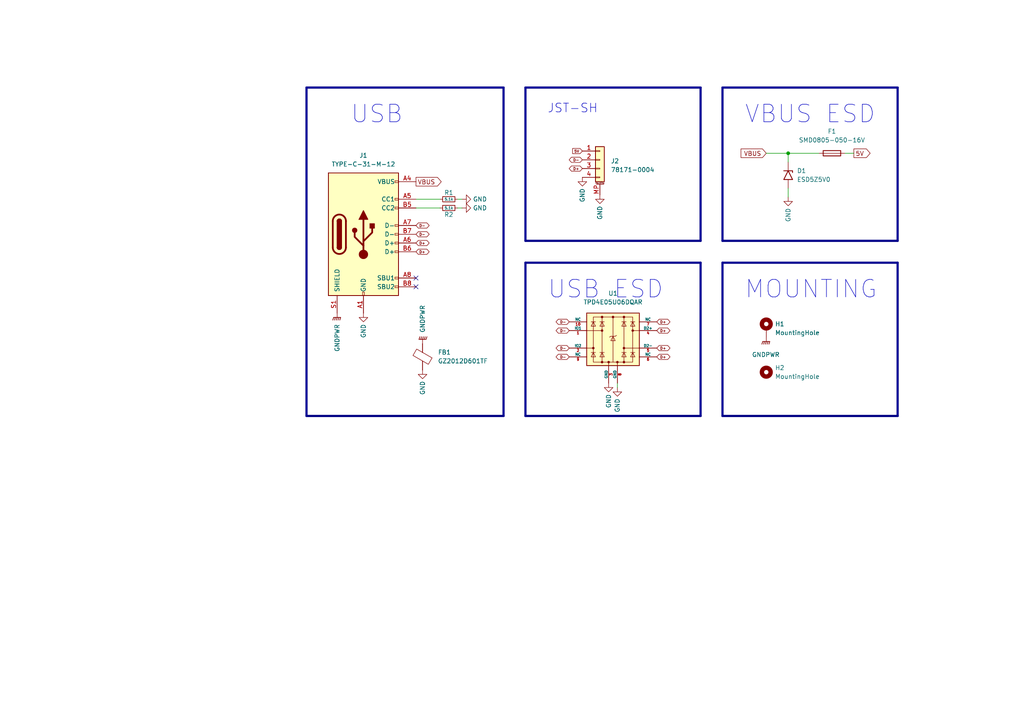
<source format=kicad_sch>
(kicad_sch (version 20230121) (generator eeschema)
  (paper "A4")
  (title_block (title "Unified Daughterboard UDB-S1") (date "2022-09-16") (rev "V1.0.0"))
  (lib_symbols
    (symbol "Connector:USB_C_Receptacle_USB2.0" (pin_names (offset 1.016))
      (property "Reference" "J" (at -10.16 19.05 0))
      (property "Value" "USB_C_Receptacle_USB2.0" (at 19.05 19.05 0))
      (symbol "USB_C_Receptacle_USB2.0_0_0"
        (rectangle (start -0.254 -17.78) (end 0.254 -16.764))
        (rectangle (start 10.16 -14.986) (end 9.144 -15.494))
        (rectangle (start 10.16 -12.446) (end 9.144 -12.954))
        (rectangle (start 10.16 -4.826) (end 9.144 -5.334))
        (rectangle (start 10.16 -2.286) (end 9.144 -2.794))
        (rectangle (start 10.16 0.254) (end 9.144 -0.254))
        (rectangle (start 10.16 2.794) (end 9.144 2.286))
        (rectangle (start 10.16 7.874) (end 9.144 7.366))
        (rectangle (start 10.16 10.414) (end 9.144 9.906))
        (rectangle (start 10.16 15.494) (end 9.144 14.986))
      )
      (symbol "USB_C_Receptacle_USB2.0_0_1"
        (rectangle (start -10.16 17.78) (end 10.16 -17.78) (stroke (width 0.254)) (fill (type background)))
        (arc (start -8.89 -3.81) (mid -6.985 -5.7067) (end -5.08 -3.81) (stroke (width 0.508)))
        (arc (start -7.62 -3.81) (mid -6.985 -4.4423) (end -6.35 -3.81) (stroke (width 0.254)))
        (arc (start -7.62 -3.81) (mid -6.985 -4.4423) (end -6.35 -3.81) (stroke (width 0.254)) (fill (type outline)))
        (rectangle (start -7.62 -3.81) (end -6.35 3.81) (stroke (width 0.254)) (fill (type outline)))
        (arc (start -6.35 3.81) (mid -6.985 4.4423) (end -7.62 3.81) (stroke (width 0.254)))
        (arc (start -6.35 3.81) (mid -6.985 4.4423) (end -7.62 3.81) (stroke (width 0.254)) (fill (type outline)))
        (arc (start -5.08 3.81) (mid -6.985 5.7067) (end -8.89 3.81) (stroke (width 0.508)))
        (circle (center -2.54 1.143) (radius 0.635) (stroke (width 0.254)) (fill (type outline)))
        (circle (center 0 -5.842) (radius 1.27) (fill (type outline)))
        (polyline (pts (xy -8.89 -3.81) (xy -8.89 3.81)) (stroke (width 0.508)))
        (polyline (pts (xy -5.08 3.81) (xy -5.08 -3.81)) (stroke (width 0.508)))
        (polyline (pts (xy 0 -5.842) (xy 0 4.318)) (stroke (width 0.508)))
        (polyline (pts (xy 0 -3.302) (xy -2.54 -0.762) (xy -2.54 0.508)) (stroke (width 0.508)))
        (polyline (pts (xy 0 -2.032) (xy 2.54 0.508) (xy 2.54 1.778)) (stroke (width 0.508)))
        (polyline (pts (xy -1.27 4.318) (xy 0 6.858) (xy 1.27 4.318) (xy -1.27 4.318)) (stroke (width 0.254)) (fill (type outline)))
        (rectangle (start 1.905 1.778) (end 3.175 3.048) (stroke (width 0.254)) (fill (type outline)))
      )
      (symbol "USB_C_Receptacle_USB2.0_1_1"
        (pin passive line (at 0 -22.86 90) (length 5.08) (name "GND") (number "A1"))
        (pin passive line (at 0 -22.86 90) (length 5.08) hide (name "GND") (number "A12"))
        (pin passive line (at 15.24 15.24 180) (length 5.08) (name "VBUS") (number "A4"))
        (pin bidirectional line (at 15.24 10.16 180) (length 5.08) (name "CC1") (number "A5"))
        (pin bidirectional line (at 15.24 -2.54 180) (length 5.08) (name "D+") (number "A6"))
        (pin bidirectional line (at 15.24 2.54 180) (length 5.08) (name "D-") (number "A7"))
        (pin bidirectional line (at 15.24 -12.7 180) (length 5.08) (name "SBU1") (number "A8"))
        (pin passive line (at 15.24 15.24 180) (length 5.08) hide (name "VBUS") (number "A9"))
        (pin passive line (at 0 -22.86 90) (length 5.08) hide (name "GND") (number "B1"))
        (pin passive line (at 0 -22.86 90) (length 5.08) hide (name "GND") (number "B12"))
        (pin passive line (at 15.24 15.24 180) (length 5.08) hide (name "VBUS") (number "B4"))
        (pin bidirectional line (at 15.24 7.62 180) (length 5.08) (name "CC2") (number "B5"))
        (pin bidirectional line (at 15.24 -5.08 180) (length 5.08) (name "D+") (number "B6"))
        (pin bidirectional line (at 15.24 0 180) (length 5.08) (name "D-") (number "B7"))
        (pin bidirectional line (at 15.24 -15.24 180) (length 5.08) (name "SBU2") (number "B8"))
        (pin passive line (at 15.24 15.24 180) (length 5.08) hide (name "VBUS") (number "B9"))
        (pin passive line (at -7.62 -22.86 90) (length 5.08) (name "SHIELD") (number "S1"))
      )
    )
    (symbol "Connector_Generic_MountingPin:Conn_01x04_MountingPin" (pin_names (offset 1.016) hide)
      (property "Reference" "J" (at 0 5.08 0))
      (property "Value" "Conn_01x04_MountingPin" (at 1.27 -7.62 0))
      (symbol "Conn_01x04_MountingPin_1_1"
        (rectangle (start -1.27 -4.953) (end 0 -5.207) (stroke (width 0.1524)))
        (rectangle (start -1.27 -2.413) (end 0 -2.667) (stroke (width 0.1524)))
        (rectangle (start -1.27 0.127) (end 0 -0.127) (stroke (width 0.1524)))
        (rectangle (start -1.27 2.667) (end 0 2.413) (stroke (width 0.1524)))
        (rectangle (start -1.27 3.81) (end 1.27 -6.35) (stroke (width 0.254)) (fill (type background)))
        (polyline (pts (xy -1.016 -7.112) (xy 1.016 -7.112)) (stroke (width 0.1524)))
        (text "Mounting" (at 0 -6.731 0) (effects (font (size 0.381 0.381))))
        (pin passive line (at -5.08 2.54 0) (length 3.81) (name "Pin_1") (number "1"))
        (pin passive line (at -5.08 0 0) (length 3.81) (name "Pin_2") (number "2"))
        (pin passive line (at -5.08 -2.54 0) (length 3.81) (name "Pin_3") (number "3"))
        (pin passive line (at -5.08 -5.08 0) (length 3.81) (name "Pin_4") (number "4"))
        (pin passive line (at 0 -10.16 90) (length 3.048) (name "MountPin") (number "MP"))
      )
    )
    (symbol "Device:FerriteBead" (pin_numbers hide) (pin_names (offset 0))
      (property "Reference" "FB" (at -3.81 0.635 90))
      (property "Value" "FerriteBead" (at 3.81 0 90))
      (symbol "FerriteBead_0_1"
        (polyline (pts (xy 0 -1.27) (xy 0 -1.2192)))
        (polyline (pts (xy 0 1.27) (xy 0 1.2954)))
        (polyline (pts (xy -2.7686 0.4064) (xy -1.7018 2.2606) (xy 2.7686 -0.3048) (xy 1.6764 -2.159) (xy -2.7686 0.4064)))
      )
      (symbol "FerriteBead_1_1"
        (pin passive line (at 0 3.81 270) (length 2.54) (name "~") (number "1"))
        (pin passive line (at 0 -3.81 90) (length 2.54) (name "~") (number "2"))
      )
    )
    (symbol "Device:Fuse" (pin_numbers hide) (pin_names (offset 0))
      (property "Reference" "F" (at 2.032 0 90))
      (property "Value" "Fuse" (at -1.905 0 90))
      (symbol "Fuse_0_1"
        (rectangle (start -0.762 -2.54) (end 0.762 2.54) (stroke (width 0.254)))
        (polyline (pts (xy 0 2.54) (xy 0 -2.54)))
      )
      (symbol "Fuse_1_1"
        (pin passive line (at 0 3.81 270) (length 1.27) (name "~") (number "1"))
        (pin passive line (at 0 -3.81 90) (length 1.27) (name "~") (number "2"))
      )
    )
    (symbol "Device:R_Small" (pin_numbers hide) (pin_names (offset 0.254) hide)
      (property "Reference" "R" (at 0.762 0.508 0))
      (property "Value" "R_Small" (at 0.762 -1.016 0))
      (symbol "R_Small_0_1"
        (rectangle (start -0.762 1.778) (end 0.762 -1.778) (stroke (width 0.2032)))
      )
      (symbol "R_Small_1_1"
        (pin passive line (at 0 2.54 270) (length 0.762) (name "~") (number "1"))
        (pin passive line (at 0 -2.54 90) (length 0.762) (name "~") (number "2"))
      )
    )
    (symbol "Diode:SMF6V0A" (pin_numbers hide) (pin_names (offset 1.016) hide)
      (property "Reference" "D" (at 0 2.54 0))
      (property "Value" "SMF6V0A" (at 0 -2.54 0))
      (symbol "SMF6V0A_0_1"
        (polyline (pts (xy -0.762 1.27) (xy -1.27 1.27) (xy -1.27 -1.27)) (stroke (width 0.254)))
        (polyline (pts (xy 1.27 1.27) (xy 1.27 -1.27) (xy -1.27 0) (xy 1.27 1.27)) (stroke (width 0.254)))
      )
      (symbol "SMF6V0A_1_1"
        (pin passive line (at -3.81 0 0) (length 2.54) (name "A1") (number "1"))
        (pin passive line (at 3.81 0 180) (length 2.54) (name "A2") (number "2"))
      )
    )
    (symbol "Mechanical:MountingHole" (pin_names (offset 1.016))
      (property "Reference" "H" (at 0 5.08 0))
      (property "Value" "MountingHole" (at 0 3.175 0))
      (symbol "MountingHole_0_1"
        (circle (center 0 0) (radius 1.27) (stroke (width 1.27)))
      )
    )
    (symbol "Mechanical:MountingHole_Pad" (pin_numbers hide) (pin_names (offset 1.016) hide)
      (property "Reference" "H" (at 0 6.35 0))
      (property "Value" "MountingHole_Pad" (at 0 4.445 0))
      (symbol "MountingHole_Pad_0_1"
        (circle (center 0 1.27) (radius 1.27) (stroke (width 1.27)))
      )
      (symbol "MountingHole_Pad_1_1"
        (pin input line (at 0 -2.54 90) (length 2.54) (name "1") (number "1"))
      )
    )
    (symbol "acheron_Symbols:TPD4E05U06DQAR" (pin_names (offset 0))
      (property "Reference" "U" (at 0 12.7 0))
      (property "Value" "TPD4E05U06DQAR" (at 0 10.16 0))
      (symbol "TPD4E05U06DQAR_0_0"
        (rectangle (start -5.715 6.477) (end 5.715 -6.604))
        (polyline (pts (xy -3.175 -6.604) (xy -3.175 6.477)))
        (polyline (pts (xy 0 6.477) (xy 0 -6.604)))
        (polyline (pts (xy 3.175 6.477) (xy 3.175 -6.604)))
      )
      (symbol "TPD4E05U06DQAR_0_1"
        (rectangle (start -7.62 7.62) (end 7.62 -7.62) (stroke (width 0.254)) (fill (type background)))
        (circle (center -5.715 -2.54) (radius 0.2794) (fill (type outline)))
        (circle (center -3.175 -6.604) (radius 0.2794) (fill (type outline)))
        (circle (center -3.175 2.54) (radius 0.2794) (fill (type outline)))
        (circle (center -3.175 6.477) (radius 0.2794) (fill (type outline)))
        (circle (center -1.27 -6.604) (radius 0.2794) (fill (type outline)))
        (polyline (pts (xy -7.747 2.54) (xy -3.175 2.54)))
        (polyline (pts (xy -7.62 -2.54) (xy -5.715 -2.54)))
        (polyline (pts (xy -5.08 -3.81) (xy -6.35 -3.81)))
        (polyline (pts (xy -5.08 5.08) (xy -6.35 5.08)))
        (polyline (pts (xy -2.54 -3.81) (xy -3.81 -3.81)))
        (polyline (pts (xy -2.54 5.08) (xy -3.81 5.08)))
        (polyline (pts (xy -1.27 -6.604) (xy -1.27 -7.62)))
        (polyline (pts (xy -0.635 0.889) (xy -1.016 0.635)))
        (polyline (pts (xy 0.635 0.889) (xy -0.635 0.889)))
        (polyline (pts (xy 0.635 0.889) (xy 1.016 1.143)))
        (polyline (pts (xy 3.81 -3.81) (xy 2.54 -3.81)))
        (polyline (pts (xy 3.81 5.08) (xy 2.54 5.08)))
        (polyline (pts (xy 6.35 -3.81) (xy 5.08 -3.81)))
        (polyline (pts (xy 6.35 5.08) (xy 5.08 5.08)))
        (polyline (pts (xy 7.62 -2.54) (xy 3.175 -2.54)))
        (polyline (pts (xy 7.62 2.54) (xy 5.715 2.54)))
        (polyline (pts (xy -5.08 -5.08) (xy -6.35 -5.08) (xy -5.715 -3.81) (xy -5.08 -5.08)))
        (polyline (pts (xy -5.08 3.81) (xy -6.35 3.81) (xy -5.715 5.08) (xy -5.08 3.81)))
        (polyline (pts (xy -2.54 -5.08) (xy -3.81 -5.08) (xy -3.175 -3.81) (xy -2.54 -5.08)))
        (polyline (pts (xy -2.54 3.81) (xy -3.81 3.81) (xy -3.175 5.08) (xy -2.54 3.81)))
        (polyline (pts (xy 0.635 -0.381) (xy -0.635 -0.381) (xy 0 0.889) (xy 0.635 -0.381)))
        (polyline (pts (xy 3.81 -5.08) (xy 2.54 -5.08) (xy 3.175 -3.81) (xy 3.81 -5.08)))
        (polyline (pts (xy 3.81 3.81) (xy 2.54 3.81) (xy 3.175 5.08) (xy 3.81 3.81)))
        (polyline (pts (xy 6.35 -5.08) (xy 5.08 -5.08) (xy 5.715 -3.81) (xy 6.35 -5.08)))
        (polyline (pts (xy 6.35 3.81) (xy 5.08 3.81) (xy 5.715 5.08) (xy 6.35 3.81)))
        (circle (center 0 6.477) (radius 0.2794) (fill (type outline)))
        (circle (center 3.175 -6.604) (radius 0.2794) (fill (type outline)))
        (circle (center 3.175 -2.54) (radius 0.2794) (fill (type outline)))
        (circle (center 3.175 6.477) (radius 0.2794) (fill (type outline)))
        (circle (center 5.715 2.54) (radius 0.2794) (fill (type outline)))
      )
      (symbol "TPD4E05U06DQAR_1_1"
        (polyline (pts (xy 1.27 -6.604) (xy 1.27 -7.62)))
        (circle (center 1.27 -6.604) (radius 0.2794) (fill (type outline)))
        (pin bidirectional line (at -12.7 2.54 0) (length 5.08) (name "IO1") (number "1"))
        (pin bidirectional line (at -12.7 5.08 0) (length 5.08) (name "NC") (number "10"))
        (pin bidirectional line (at -12.7 -2.54 0) (length 5.08) (name "IO2") (number "2"))
        (pin power_in line (at -1.27 -12.7 90) (length 5.08) (name "GND") (number "3"))
        (pin bidirectional line (at 12.7 2.54 180) (length 5.08) (name "D2+") (number "4"))
        (pin bidirectional line (at 12.7 -2.54 180) (length 5.08) (name "D2-") (number "5"))
        (pin bidirectional line (at 12.7 -5.08 180) (length 5.08) (name "NC") (number "6"))
        (pin bidirectional line (at 12.7 5.08 180) (length 5.08) (name "NC") (number "7"))
        (pin power_in line (at 1.27 -12.7 90) (length 5.08) (name "GND") (number "8"))
        (pin bidirectional line (at -12.7 -5.08 0) (length 5.08) (name "NC") (number "9"))
      )
    )
    (symbol "power:GND" (power) (pin_names (offset 0))
      (property "Value" "GND" (at 0 -3.81 0))
      (symbol "GND_0_1"
        (polyline (pts (xy 0 0) (xy 0 -1.27) (xy 1.27 -1.27) (xy 0 -2.54) (xy -1.27 -1.27) (xy 0 -1.27)))
      )
      (symbol "GND_1_1"
        (pin power_in line (at 0 0 270) (length 0) hide (name "GND") (number "1"))
      )
    )
    (symbol "power:GNDPWR" (power) (pin_names (offset 0))
      (property "Value" "GNDPWR" (at 0 -3.302 0))
      (symbol "GNDPWR_0_1"
        (polyline (pts (xy 0 -1.27) (xy 0 0)))
        (polyline (pts (xy -1.016 -1.27) (xy -1.27 -2.032) (xy -1.27 -2.032)) (stroke (width 0.2032)))
        (polyline (pts (xy -0.508 -1.27) (xy -0.762 -2.032) (xy -0.762 -2.032)) (stroke (width 0.2032)))
        (polyline (pts (xy 0 -1.27) (xy -0.254 -2.032) (xy -0.254 -2.032)) (stroke (width 0.2032)))
        (polyline (pts (xy 0.508 -1.27) (xy 0.254 -2.032) (xy 0.254 -2.032)) (stroke (width 0.2032)))
        (polyline (pts (xy 1.016 -1.27) (xy -1.016 -1.27) (xy -1.016 -1.27)) (stroke (width 0.2032)))
        (polyline (pts (xy 1.016 -1.27) (xy 0.762 -2.032) (xy 0.762 -2.032) (xy 0.762 -2.032)) (stroke (width 0.2032)))
      )
      (symbol "GNDPWR_1_1"
        (pin power_in line (at 0 0 270) (length 0) hide (name "GNDPWR") (number "1"))
      )
    )
  )
  (junction (at 228.6 44.45))
  (no_connect (at 120.65 83.185))
  (no_connect (at 120.65 80.645))
  (wire (pts (xy 179.07 111.125) (xy 179.07 112.395)))
  (bus (pts (xy 146.05 25.4) (xy 146.05 120.65)) (stroke (width 0.635)))
  (bus (pts (xy 260.35 69.85) (xy 209.55 69.85)) (stroke (width 0.635)))
  (bus (pts (xy 88.9 120.65) (xy 146.05 120.65)) (stroke (width 0.635)))
  (wire (pts (xy 228.6 57.15) (xy 228.6 54.61)))
  (bus (pts (xy 209.55 76.2) (xy 209.55 120.65)) (stroke (width 0.635)))
  (bus (pts (xy 203.2 25.4) (xy 203.2 69.85)) (stroke (width 0.635)))
  (bus (pts (xy 209.55 25.4) (xy 209.55 69.85)) (stroke (width 0.635)))
  (bus (pts (xy 209.55 25.4) (xy 260.35 25.4)) (stroke (width 0.635)))
  (wire (pts (xy 120.65 57.785) (xy 127.635 57.785)))
  (wire (pts (xy 120.65 60.325) (xy 127.635 60.325)))
  (wire (pts (xy 228.6 44.45) (xy 237.49 44.45)))
  (bus (pts (xy 152.4 76.2) (xy 152.4 120.65)) (stroke (width 0.635)))
  (wire (pts (xy 228.6 46.99) (xy 228.6 44.45)))
  (bus (pts (xy 152.4 25.4) (xy 203.2 25.4)) (stroke (width 0.635)))
  (wire (pts (xy 222.25 44.45) (xy 228.6 44.45)))
  (bus (pts (xy 209.55 76.2) (xy 260.35 76.2)) (stroke (width 0.635)))
  (bus (pts (xy 88.9 25.4) (xy 146.05 25.4)) (stroke (width 0.635)))
  (bus (pts (xy 203.2 120.65) (xy 152.4 120.65)) (stroke (width 0.635)))
  (bus (pts (xy 260.35 120.65) (xy 209.55 120.65)) (stroke (width 0.635)))
  (wire (pts (xy 245.11 44.45) (xy 247.65 44.45)))
  (bus (pts (xy 260.35 25.4) (xy 260.35 69.85)) (stroke (width 0.635)))
  (wire (pts (xy 132.715 60.325) (xy 133.985 60.325)))
  (bus (pts (xy 88.9 25.4) (xy 88.9 120.65)) (stroke (width 0.635)))
  (bus (pts (xy 203.2 69.85) (xy 152.4 69.85)) (stroke (width 0.635)))
  (wire (pts (xy 132.715 57.785) (xy 133.985 57.785)))
  (bus (pts (xy 152.4 25.4) (xy 152.4 69.85)) (stroke (width 0.635)))
  (bus (pts (xy 260.35 76.2) (xy 260.35 120.65)) (stroke (width 0.635)))
  (bus (pts (xy 203.2 76.2) (xy 203.2 120.65)) (stroke (width 0.635)))
  (bus (pts (xy 152.4 76.2) (xy 203.2 76.2)) (stroke (width 0.635)))
  (text "USB ESD" (at 158.75 86.995 0) (effects (font (size 5.08 5.08)) (justify left bottom)))
  (text "VBUS ESD" (at 215.9 36.195 0) (effects (font (size 5.08 5.08)) (justify left bottom)))
  (text "USB" (at 101.6 36.195 0) (effects (font (size 5.08 5.08)) (justify left bottom)))
  (text "MOUNTING" (at 215.9 86.995 0) (effects (font (size 5.08 5.08)) (justify left bottom)))
  (text "JST-SH" (at 158.75 33.02 0) (effects (font (size 2.54 2.54)) (justify left bottom)))
  (global_label "VBUS" (shape output) (at 120.65 52.705 0) (property "Intersheetrefs" "${INTERSHEET_REFS}" (effects hide)))
  (global_label "D+" (shape bidirectional) (at 190.5 95.885 0) (effects (font (size 0.762 0.762))) (property "Intersheetrefs" "${INTERSHEET_REFS}" (effects hide)))
  (global_label "D-" (shape bidirectional) (at 165.1 100.965 180) (effects (font (size 0.762 0.762))) (property "Intersheetrefs" "${INTERSHEET_REFS}" (effects hide)))
  (global_label "D-" (shape bidirectional) (at 165.1 95.885 180) (effects (font (size 0.762 0.762))) (property "Intersheetrefs" "${INTERSHEET_REFS}" (effects hide)))
  (global_label "VBUS" (shape input) (at 222.25 44.45 180) (property "Intersheetrefs" "${INTERSHEET_REFS}" (effects hide)))
  (global_label "D+" (shape bidirectional) (at 168.91 48.895 180) (effects (font (size 0.762 0.762))) (property "Intersheetrefs" "${INTERSHEET_REFS}" (effects hide)))
  (global_label "D-" (shape bidirectional) (at 120.65 67.945 0) (effects (font (size 0.762 0.762))) (property "Intersheetrefs" "${INTERSHEET_REFS}" (effects hide)))
  (global_label "D+" (shape bidirectional) (at 190.5 103.505 0) (effects (font (size 0.762 0.762))) (property "Intersheetrefs" "${INTERSHEET_REFS}" (effects hide)))
  (global_label "5V" (shape output) (at 247.65 44.45 0) (property "Intersheetrefs" "${INTERSHEET_REFS}" (effects hide)))
  (global_label "5V" (shape input) (at 168.91 43.815 180) (effects (font (size 0.762 0.762))) (property "Intersheetrefs" "${INTERSHEET_REFS}" (effects hide)))
  (global_label "D-" (shape bidirectional) (at 120.65 65.405 0) (effects (font (size 0.762 0.762))) (property "Intersheetrefs" "${INTERSHEET_REFS}" (effects hide)))
  (global_label "D+" (shape bidirectional) (at 120.65 70.485 0) (effects (font (size 0.762 0.762))) (property "Intersheetrefs" "${INTERSHEET_REFS}" (effects hide)))
  (global_label "D-" (shape bidirectional) (at 168.91 46.355 180) (effects (font (size 0.762 0.762))) (property "Intersheetrefs" "${INTERSHEET_REFS}" (effects hide)))
  (global_label "D+" (shape bidirectional) (at 120.65 73.025 0) (effects (font (size 0.762 0.762))) (property "Intersheetrefs" "${INTERSHEET_REFS}" (effects hide)))
  (global_label "D+" (shape bidirectional) (at 190.5 93.345 0) (effects (font (size 0.762 0.762))) (property "Intersheetrefs" "${INTERSHEET_REFS}" (effects hide)))
  (global_label "D-" (shape bidirectional) (at 165.1 103.505 180) (effects (font (size 0.762 0.762))) (property "Intersheetrefs" "${INTERSHEET_REFS}" (effects hide)))
  (global_label "D+" (shape bidirectional) (at 190.5 100.965 0) (effects (font (size 0.762 0.762))) (property "Intersheetrefs" "${INTERSHEET_REFS}" (effects hide)))
  (global_label "D-" (shape bidirectional) (at 165.1 93.345 180) (effects (font (size 0.762 0.762))) (property "Intersheetrefs" "${INTERSHEET_REFS}" (effects hide)))
  (symbol (lib_id "Device:Fuse") (at 241.3 44.45 90) (unit 1)
    (property "Reference" "F1" (at 241.3 38.1 90))
    (property "Value" "SMD0805-050-16V" (at 241.3 40.64 90))
    (property "Footprint" "Fuse:Fuse_1206_3216Metric" (effects hide))
    (property "Manufacturer" "TECHFUSE" (effects hide))
    (property "Manufacturer Part Number" "SMD0805-050-16V" (effects hide))
    (property "LCSC Part Number" "C2833485" (effects hide))
    (property "Package" "F0805" (effects hide))
  )
  (symbol (lib_id "power:GND") (at 133.985 57.785 90) (unit 1)
    (property "Reference" "#PWR02" (effects hide))
    (property "Value" "GND" (at 137.16 57.785 90) (effects (justify right)))
  )
  (symbol (lib_id "Mechanical:MountingHole") (at 222.25 107.95 0) (unit 1) (in_bom no)
    (property "Reference" "H2" (at 224.79 106.6799 0) (effects (justify left)))
    (property "Value" "MountingHole" (at 224.79 109.2199 0) (effects (justify left)))
    (property "Footprint" "MountingHole:MountingHole_3.2mm_M3_DIN965_Pad_TopOnly" (effects hide))
  )
  (symbol (lib_id "Mechanical:MountingHole_Pad") (at 222.25 95.25 0) (unit 1) (in_bom no)
    (property "Reference" "H1" (at 224.79 93.9799 0) (effects (justify left)))
    (property "Value" "MountingHole" (at 224.79 96.5199 0) (effects (justify left)))
    (property "Footprint" "MountingHole:MountingHole_3.2mm_M3_DIN965_Pad_TopBottom" (effects hide))
  )
  (symbol (lib_id "power:GND") (at 168.91 51.435 0) (unit 1)
    (property "Reference" "#PWR04" (effects hide))
    (property "Value" "GND" (at 168.91 54.61 90) (effects (justify right)))
  )
  (symbol (lib_id "Device:FerriteBead") (at 122.555 103.505 0) (unit 1)
    (property "Reference" "FB1" (at 127 102.1841 0) (effects (justify left)))
    (property "Value" "GZ2012D601TF" (at 127 104.7241 0) (effects (justify left)))
    (property "Footprint" "Inductor_SMD:L_0805_2012Metric" (effects hide))
    (property "Manufacturer" "Sunlord" (effects hide))
    (property "Manufacturer Part Number" "GZ2012D601TF" (effects hide))
    (property "LCSC Part Number" "C1017" (effects hide))
    (property "Package" "F0805" (effects hide))
  )
  (symbol (lib_id "power:GNDPWR") (at 97.79 90.805 0) (unit 1)
    (property "Reference" "#PWR09" (effects hide))
    (property "Value" "GNDPWR" (at 97.79 93.98 90) (effects (justify right)))
  )
  (symbol (lib_id "power:GND") (at 176.53 111.125 0) (unit 1)
    (property "Reference" "#PWR07" (effects hide))
    (property "Value" "GND" (at 176.53 114.3 90) (effects (justify right)))
  )
  (symbol (lib_id "Connector:USB_C_Receptacle_USB2.0") (at 105.41 67.945 0) (unit 1)
    (property "Reference" "J1" (at 105.41 45.085 0))
    (property "Value" "TYPE-C-31-M-12" (at 105.41 47.625 0))
    (property "Footprint" "locallib:HRO-TYPE-C-31-M-12-Assembly" (effects hide))
    (property "Datasheet" "https://www.usb.org/sites/default/files/documents/usb_type-c.zip" (effects hide))
    (property "Manufacturer" "Koren Hroparts" (effects hide))
    (property "Manufacturer Part Number" "TYPE-C-31-M-12" (effects hide))
    (property "LCSC Part Number" "C165948" (effects hide))
  )
  (symbol (lib_id "acheron_Symbols:TPD4E05U06DQAR") (at 177.8 98.425 0) (unit 1)
    (property "Reference" "U1" (at 177.8 85.09 0))
    (property "Value" "TPD4E05U06DQAR" (at 177.8 87.63 0))
    (property "Footprint" "acheron_Components:USON-10_2.5x1.0mm_P0.5mm" (effects hide))
    (property "Manufacturer" "MSKSEMI" (effects hide))
    (property "Package" "uSON-10" (effects hide))
    (property "Manufacturer Part Number" "TPD4E05U06DQAR" (effects hide))
    (property "LCSC Part Number" "C2836386" (effects hide))
  )
  (symbol (lib_id "power:GNDPWR") (at 122.555 99.695 180) (unit 1)
    (property "Reference" "#PWR011" (effects hide))
    (property "Value" "GNDPWR" (at 122.555 96.52 90) (effects (justify right)))
  )
  (symbol (lib_id "power:GND") (at 133.985 60.325 90) (unit 1)
    (property "Reference" "#PWR03" (effects hide))
    (property "Value" "GND" (at 137.16 60.325 90) (effects (justify right)))
  )
  (symbol (lib_id "Connector_Generic_MountingPin:Conn_01x04_MountingPin") (at 173.99 46.355 0) (unit 1)
    (property "Reference" "J2" (at 177.165 46.7105 0) (effects (justify left)))
    (property "Value" "78171-0004" (at 177.165 49.2505 0) (effects (justify left)))
    (property "Footprint" "Connector_JST:JST_SH_SM04B-SRSS-TB_1x04-1MP_P1.00mm_Horizontal" (effects hide))
    (property "Manufacturer" "Megastar" (effects hide))
    (property "Manufacturer Part Number" "ZX-SH1.0-4PWT" (effects hide))
    (property "LCSC Part Number" "C7430446" (effects hide))
  )
  (symbol (lib_id "power:GND") (at 105.41 90.805 0) (unit 1)
    (property "Reference" "#PWR010" (effects hide))
    (property "Value" "GND" (at 105.41 93.98 90) (effects (justify right)))
  )
  (symbol (lib_id "power:GND") (at 179.07 112.395 0) (unit 1)
    (property "Reference" "#PWR08" (effects hide))
    (property "Value" "GND" (at 179.07 115.57 90) (effects (justify right)))
  )
  (symbol (lib_id "Diode:SMF6V0A") (at 228.6 50.8 270) (unit 1)
    (property "Reference" "D1" (at 231.14 49.5299 90) (effects (justify left)))
    (property "Value" "ESD5Z5V0" (at 231.14 52.0699 90) (effects (justify left)))
    (property "Footprint" "Diode_SMD:D_SOD-523" (effects hide))
    (property "Datasheet" "https://www.vishay.com/doc?85881" (effects hide))
    (property "Manufacturer" "MDD" (effects hide))
    (property "Manufacturer Part Number" "ESD5Z5V0" (effects hide))
    (property "LCSC Part Number" "C502546" (effects hide))
    (property "Package" "SOD-523" (effects hide))
  )
  (symbol (lib_id "power:GND") (at 173.99 56.515 0) (unit 1)
    (property "Reference" "#PWR06" (effects hide))
    (property "Value" "GND" (at 173.99 59.69 90) (effects (justify right)))
  )
  (symbol (lib_id "power:GNDPWR") (at 222.25 97.79 0) (unit 1)
    (property "Reference" "#PWR01" (effects hide))
    (property "Value" "GNDPWR" (at 222.123 102.87 0))
  )
  (symbol (lib_id "Device:R_Small") (at 130.175 57.785 270) (unit 1)
    (property "Reference" "R1" (at 130.175 55.88 90))
    (property "Value" "5.1k" (at 130.175 57.785 90) (effects (font (size 0.762 0.762))))
    (property "Footprint" "Resistor_SMD:R_0402_1005Metric" (effects hide))
  )
  (symbol (lib_id "power:GND") (at 228.6 57.15 0) (unit 1)
    (property "Reference" "#PWR05" (effects hide))
    (property "Value" "GND" (at 228.6 60.325 90) (effects (justify right)))
  )
  (symbol (lib_id "power:GND") (at 122.555 107.315 0) (unit 1)
    (property "Reference" "#PWR012" (effects hide))
    (property "Value" "GND" (at 122.555 110.49 90) (effects (justify right)))
  )
  (symbol (lib_id "Device:R_Small") (at 130.175 60.325 90) (unit 1)
    (property "Reference" "R2" (at 130.175 62.23 90))
    (property "Value" "5.1k" (at 130.175 60.325 90) (effects (font (size 0.762 0.762))))
    (property "Footprint" "Resistor_SMD:R_0402_1005Metric" (effects hide))
  )
)
</source>
